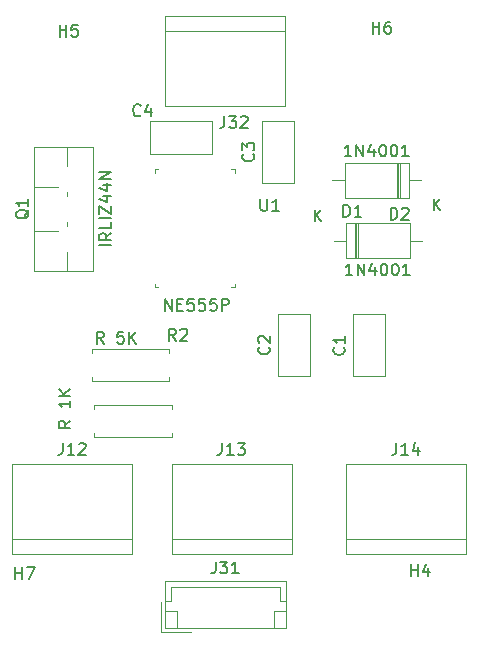
<source format=gbr>
%TF.GenerationSoftware,KiCad,Pcbnew,7.0.9*%
%TF.CreationDate,2024-03-13T22:21:00+01:00*%
%TF.ProjectId,Backlighting_PCB,4261636b-6c69-4676-9874-696e675f5043,rev?*%
%TF.SameCoordinates,Original*%
%TF.FileFunction,Legend,Top*%
%TF.FilePolarity,Positive*%
%FSLAX46Y46*%
G04 Gerber Fmt 4.6, Leading zero omitted, Abs format (unit mm)*
G04 Created by KiCad (PCBNEW 7.0.9) date 2024-03-13 22:21:00*
%MOMM*%
%LPD*%
G01*
G04 APERTURE LIST*
%ADD10C,0.150000*%
%ADD11C,0.120000*%
%ADD12C,0.100000*%
G04 APERTURE END LIST*
D10*
X75083333Y-52954819D02*
X74750000Y-52478628D01*
X74511905Y-52954819D02*
X74511905Y-51954819D01*
X74511905Y-51954819D02*
X74892857Y-51954819D01*
X74892857Y-51954819D02*
X74988095Y-52002438D01*
X74988095Y-52002438D02*
X75035714Y-52050057D01*
X75035714Y-52050057D02*
X75083333Y-52145295D01*
X75083333Y-52145295D02*
X75083333Y-52288152D01*
X75083333Y-52288152D02*
X75035714Y-52383390D01*
X75035714Y-52383390D02*
X74988095Y-52431009D01*
X74988095Y-52431009D02*
X74892857Y-52478628D01*
X74892857Y-52478628D02*
X74511905Y-52478628D01*
X75464286Y-52050057D02*
X75511905Y-52002438D01*
X75511905Y-52002438D02*
X75607143Y-51954819D01*
X75607143Y-51954819D02*
X75845238Y-51954819D01*
X75845238Y-51954819D02*
X75940476Y-52002438D01*
X75940476Y-52002438D02*
X75988095Y-52050057D01*
X75988095Y-52050057D02*
X76035714Y-52145295D01*
X76035714Y-52145295D02*
X76035714Y-52240533D01*
X76035714Y-52240533D02*
X75988095Y-52383390D01*
X75988095Y-52383390D02*
X75416667Y-52954819D01*
X75416667Y-52954819D02*
X76035714Y-52954819D01*
X68952380Y-53204819D02*
X68619047Y-52728628D01*
X68380952Y-53204819D02*
X68380952Y-52204819D01*
X68380952Y-52204819D02*
X68761904Y-52204819D01*
X68761904Y-52204819D02*
X68857142Y-52252438D01*
X68857142Y-52252438D02*
X68904761Y-52300057D01*
X68904761Y-52300057D02*
X68952380Y-52395295D01*
X68952380Y-52395295D02*
X68952380Y-52538152D01*
X68952380Y-52538152D02*
X68904761Y-52633390D01*
X68904761Y-52633390D02*
X68857142Y-52681009D01*
X68857142Y-52681009D02*
X68761904Y-52728628D01*
X68761904Y-52728628D02*
X68380952Y-52728628D01*
X70619047Y-52204819D02*
X70142857Y-52204819D01*
X70142857Y-52204819D02*
X70095238Y-52681009D01*
X70095238Y-52681009D02*
X70142857Y-52633390D01*
X70142857Y-52633390D02*
X70238095Y-52585771D01*
X70238095Y-52585771D02*
X70476190Y-52585771D01*
X70476190Y-52585771D02*
X70571428Y-52633390D01*
X70571428Y-52633390D02*
X70619047Y-52681009D01*
X70619047Y-52681009D02*
X70666666Y-52776247D01*
X70666666Y-52776247D02*
X70666666Y-53014342D01*
X70666666Y-53014342D02*
X70619047Y-53109580D01*
X70619047Y-53109580D02*
X70571428Y-53157200D01*
X70571428Y-53157200D02*
X70476190Y-53204819D01*
X70476190Y-53204819D02*
X70238095Y-53204819D01*
X70238095Y-53204819D02*
X70142857Y-53157200D01*
X70142857Y-53157200D02*
X70095238Y-53109580D01*
X71095238Y-53204819D02*
X71095238Y-52204819D01*
X71666666Y-53204819D02*
X71238095Y-52633390D01*
X71666666Y-52204819D02*
X71095238Y-52776247D01*
X94988095Y-72904819D02*
X94988095Y-71904819D01*
X94988095Y-72381009D02*
X95559523Y-72381009D01*
X95559523Y-72904819D02*
X95559523Y-71904819D01*
X96464285Y-72238152D02*
X96464285Y-72904819D01*
X96226190Y-71857200D02*
X95988095Y-72571485D01*
X95988095Y-72571485D02*
X96607142Y-72571485D01*
X66144819Y-59747619D02*
X65668628Y-60080952D01*
X66144819Y-60319047D02*
X65144819Y-60319047D01*
X65144819Y-60319047D02*
X65144819Y-59938095D01*
X65144819Y-59938095D02*
X65192438Y-59842857D01*
X65192438Y-59842857D02*
X65240057Y-59795238D01*
X65240057Y-59795238D02*
X65335295Y-59747619D01*
X65335295Y-59747619D02*
X65478152Y-59747619D01*
X65478152Y-59747619D02*
X65573390Y-59795238D01*
X65573390Y-59795238D02*
X65621009Y-59842857D01*
X65621009Y-59842857D02*
X65668628Y-59938095D01*
X65668628Y-59938095D02*
X65668628Y-60319047D01*
X66144819Y-58033333D02*
X66144819Y-58604761D01*
X66144819Y-58319047D02*
X65144819Y-58319047D01*
X65144819Y-58319047D02*
X65287676Y-58414285D01*
X65287676Y-58414285D02*
X65382914Y-58509523D01*
X65382914Y-58509523D02*
X65430533Y-58604761D01*
X66144819Y-57604761D02*
X65144819Y-57604761D01*
X66144819Y-57033333D02*
X65573390Y-57461904D01*
X65144819Y-57033333D02*
X65716247Y-57604761D01*
X89261905Y-42454819D02*
X89261905Y-41454819D01*
X89261905Y-41454819D02*
X89500000Y-41454819D01*
X89500000Y-41454819D02*
X89642857Y-41502438D01*
X89642857Y-41502438D02*
X89738095Y-41597676D01*
X89738095Y-41597676D02*
X89785714Y-41692914D01*
X89785714Y-41692914D02*
X89833333Y-41883390D01*
X89833333Y-41883390D02*
X89833333Y-42026247D01*
X89833333Y-42026247D02*
X89785714Y-42216723D01*
X89785714Y-42216723D02*
X89738095Y-42311961D01*
X89738095Y-42311961D02*
X89642857Y-42407200D01*
X89642857Y-42407200D02*
X89500000Y-42454819D01*
X89500000Y-42454819D02*
X89261905Y-42454819D01*
X90785714Y-42454819D02*
X90214286Y-42454819D01*
X90500000Y-42454819D02*
X90500000Y-41454819D01*
X90500000Y-41454819D02*
X90404762Y-41597676D01*
X90404762Y-41597676D02*
X90309524Y-41692914D01*
X90309524Y-41692914D02*
X90214286Y-41740533D01*
X89932142Y-37354819D02*
X89360714Y-37354819D01*
X89646428Y-37354819D02*
X89646428Y-36354819D01*
X89646428Y-36354819D02*
X89551190Y-36497676D01*
X89551190Y-36497676D02*
X89455952Y-36592914D01*
X89455952Y-36592914D02*
X89360714Y-36640533D01*
X90360714Y-37354819D02*
X90360714Y-36354819D01*
X90360714Y-36354819D02*
X90932142Y-37354819D01*
X90932142Y-37354819D02*
X90932142Y-36354819D01*
X91836904Y-36688152D02*
X91836904Y-37354819D01*
X91598809Y-36307200D02*
X91360714Y-37021485D01*
X91360714Y-37021485D02*
X91979761Y-37021485D01*
X92551190Y-36354819D02*
X92646428Y-36354819D01*
X92646428Y-36354819D02*
X92741666Y-36402438D01*
X92741666Y-36402438D02*
X92789285Y-36450057D01*
X92789285Y-36450057D02*
X92836904Y-36545295D01*
X92836904Y-36545295D02*
X92884523Y-36735771D01*
X92884523Y-36735771D02*
X92884523Y-36973866D01*
X92884523Y-36973866D02*
X92836904Y-37164342D01*
X92836904Y-37164342D02*
X92789285Y-37259580D01*
X92789285Y-37259580D02*
X92741666Y-37307200D01*
X92741666Y-37307200D02*
X92646428Y-37354819D01*
X92646428Y-37354819D02*
X92551190Y-37354819D01*
X92551190Y-37354819D02*
X92455952Y-37307200D01*
X92455952Y-37307200D02*
X92408333Y-37259580D01*
X92408333Y-37259580D02*
X92360714Y-37164342D01*
X92360714Y-37164342D02*
X92313095Y-36973866D01*
X92313095Y-36973866D02*
X92313095Y-36735771D01*
X92313095Y-36735771D02*
X92360714Y-36545295D01*
X92360714Y-36545295D02*
X92408333Y-36450057D01*
X92408333Y-36450057D02*
X92455952Y-36402438D01*
X92455952Y-36402438D02*
X92551190Y-36354819D01*
X93503571Y-36354819D02*
X93598809Y-36354819D01*
X93598809Y-36354819D02*
X93694047Y-36402438D01*
X93694047Y-36402438D02*
X93741666Y-36450057D01*
X93741666Y-36450057D02*
X93789285Y-36545295D01*
X93789285Y-36545295D02*
X93836904Y-36735771D01*
X93836904Y-36735771D02*
X93836904Y-36973866D01*
X93836904Y-36973866D02*
X93789285Y-37164342D01*
X93789285Y-37164342D02*
X93741666Y-37259580D01*
X93741666Y-37259580D02*
X93694047Y-37307200D01*
X93694047Y-37307200D02*
X93598809Y-37354819D01*
X93598809Y-37354819D02*
X93503571Y-37354819D01*
X93503571Y-37354819D02*
X93408333Y-37307200D01*
X93408333Y-37307200D02*
X93360714Y-37259580D01*
X93360714Y-37259580D02*
X93313095Y-37164342D01*
X93313095Y-37164342D02*
X93265476Y-36973866D01*
X93265476Y-36973866D02*
X93265476Y-36735771D01*
X93265476Y-36735771D02*
X93313095Y-36545295D01*
X93313095Y-36545295D02*
X93360714Y-36450057D01*
X93360714Y-36450057D02*
X93408333Y-36402438D01*
X93408333Y-36402438D02*
X93503571Y-36354819D01*
X94789285Y-37354819D02*
X94217857Y-37354819D01*
X94503571Y-37354819D02*
X94503571Y-36354819D01*
X94503571Y-36354819D02*
X94408333Y-36497676D01*
X94408333Y-36497676D02*
X94313095Y-36592914D01*
X94313095Y-36592914D02*
X94217857Y-36640533D01*
X96893095Y-41924819D02*
X96893095Y-40924819D01*
X97464523Y-41924819D02*
X97035952Y-41353390D01*
X97464523Y-40924819D02*
X96893095Y-41496247D01*
X79190476Y-33954819D02*
X79190476Y-34669104D01*
X79190476Y-34669104D02*
X79142857Y-34811961D01*
X79142857Y-34811961D02*
X79047619Y-34907200D01*
X79047619Y-34907200D02*
X78904762Y-34954819D01*
X78904762Y-34954819D02*
X78809524Y-34954819D01*
X79571429Y-33954819D02*
X80190476Y-33954819D01*
X80190476Y-33954819D02*
X79857143Y-34335771D01*
X79857143Y-34335771D02*
X80000000Y-34335771D01*
X80000000Y-34335771D02*
X80095238Y-34383390D01*
X80095238Y-34383390D02*
X80142857Y-34431009D01*
X80142857Y-34431009D02*
X80190476Y-34526247D01*
X80190476Y-34526247D02*
X80190476Y-34764342D01*
X80190476Y-34764342D02*
X80142857Y-34859580D01*
X80142857Y-34859580D02*
X80095238Y-34907200D01*
X80095238Y-34907200D02*
X80000000Y-34954819D01*
X80000000Y-34954819D02*
X79714286Y-34954819D01*
X79714286Y-34954819D02*
X79619048Y-34907200D01*
X79619048Y-34907200D02*
X79571429Y-34859580D01*
X80571429Y-34050057D02*
X80619048Y-34002438D01*
X80619048Y-34002438D02*
X80714286Y-33954819D01*
X80714286Y-33954819D02*
X80952381Y-33954819D01*
X80952381Y-33954819D02*
X81047619Y-34002438D01*
X81047619Y-34002438D02*
X81095238Y-34050057D01*
X81095238Y-34050057D02*
X81142857Y-34145295D01*
X81142857Y-34145295D02*
X81142857Y-34240533D01*
X81142857Y-34240533D02*
X81095238Y-34383390D01*
X81095238Y-34383390D02*
X80523810Y-34954819D01*
X80523810Y-34954819D02*
X81142857Y-34954819D01*
X65238095Y-27204819D02*
X65238095Y-26204819D01*
X65238095Y-26681009D02*
X65809523Y-26681009D01*
X65809523Y-27204819D02*
X65809523Y-26204819D01*
X66761904Y-26204819D02*
X66285714Y-26204819D01*
X66285714Y-26204819D02*
X66238095Y-26681009D01*
X66238095Y-26681009D02*
X66285714Y-26633390D01*
X66285714Y-26633390D02*
X66380952Y-26585771D01*
X66380952Y-26585771D02*
X66619047Y-26585771D01*
X66619047Y-26585771D02*
X66714285Y-26633390D01*
X66714285Y-26633390D02*
X66761904Y-26681009D01*
X66761904Y-26681009D02*
X66809523Y-26776247D01*
X66809523Y-26776247D02*
X66809523Y-27014342D01*
X66809523Y-27014342D02*
X66761904Y-27109580D01*
X66761904Y-27109580D02*
X66714285Y-27157200D01*
X66714285Y-27157200D02*
X66619047Y-27204819D01*
X66619047Y-27204819D02*
X66380952Y-27204819D01*
X66380952Y-27204819D02*
X66285714Y-27157200D01*
X66285714Y-27157200D02*
X66238095Y-27109580D01*
X78440476Y-71654819D02*
X78440476Y-72369104D01*
X78440476Y-72369104D02*
X78392857Y-72511961D01*
X78392857Y-72511961D02*
X78297619Y-72607200D01*
X78297619Y-72607200D02*
X78154762Y-72654819D01*
X78154762Y-72654819D02*
X78059524Y-72654819D01*
X78821429Y-71654819D02*
X79440476Y-71654819D01*
X79440476Y-71654819D02*
X79107143Y-72035771D01*
X79107143Y-72035771D02*
X79250000Y-72035771D01*
X79250000Y-72035771D02*
X79345238Y-72083390D01*
X79345238Y-72083390D02*
X79392857Y-72131009D01*
X79392857Y-72131009D02*
X79440476Y-72226247D01*
X79440476Y-72226247D02*
X79440476Y-72464342D01*
X79440476Y-72464342D02*
X79392857Y-72559580D01*
X79392857Y-72559580D02*
X79345238Y-72607200D01*
X79345238Y-72607200D02*
X79250000Y-72654819D01*
X79250000Y-72654819D02*
X78964286Y-72654819D01*
X78964286Y-72654819D02*
X78869048Y-72607200D01*
X78869048Y-72607200D02*
X78821429Y-72559580D01*
X80392857Y-72654819D02*
X79821429Y-72654819D01*
X80107143Y-72654819D02*
X80107143Y-71654819D01*
X80107143Y-71654819D02*
X80011905Y-71797676D01*
X80011905Y-71797676D02*
X79916667Y-71892914D01*
X79916667Y-71892914D02*
X79821429Y-71940533D01*
X93261905Y-42704819D02*
X93261905Y-41704819D01*
X93261905Y-41704819D02*
X93500000Y-41704819D01*
X93500000Y-41704819D02*
X93642857Y-41752438D01*
X93642857Y-41752438D02*
X93738095Y-41847676D01*
X93738095Y-41847676D02*
X93785714Y-41942914D01*
X93785714Y-41942914D02*
X93833333Y-42133390D01*
X93833333Y-42133390D02*
X93833333Y-42276247D01*
X93833333Y-42276247D02*
X93785714Y-42466723D01*
X93785714Y-42466723D02*
X93738095Y-42561961D01*
X93738095Y-42561961D02*
X93642857Y-42657200D01*
X93642857Y-42657200D02*
X93500000Y-42704819D01*
X93500000Y-42704819D02*
X93261905Y-42704819D01*
X94214286Y-41800057D02*
X94261905Y-41752438D01*
X94261905Y-41752438D02*
X94357143Y-41704819D01*
X94357143Y-41704819D02*
X94595238Y-41704819D01*
X94595238Y-41704819D02*
X94690476Y-41752438D01*
X94690476Y-41752438D02*
X94738095Y-41800057D01*
X94738095Y-41800057D02*
X94785714Y-41895295D01*
X94785714Y-41895295D02*
X94785714Y-41990533D01*
X94785714Y-41990533D02*
X94738095Y-42133390D01*
X94738095Y-42133390D02*
X94166667Y-42704819D01*
X94166667Y-42704819D02*
X94785714Y-42704819D01*
X90027142Y-47424819D02*
X89455714Y-47424819D01*
X89741428Y-47424819D02*
X89741428Y-46424819D01*
X89741428Y-46424819D02*
X89646190Y-46567676D01*
X89646190Y-46567676D02*
X89550952Y-46662914D01*
X89550952Y-46662914D02*
X89455714Y-46710533D01*
X90455714Y-47424819D02*
X90455714Y-46424819D01*
X90455714Y-46424819D02*
X91027142Y-47424819D01*
X91027142Y-47424819D02*
X91027142Y-46424819D01*
X91931904Y-46758152D02*
X91931904Y-47424819D01*
X91693809Y-46377200D02*
X91455714Y-47091485D01*
X91455714Y-47091485D02*
X92074761Y-47091485D01*
X92646190Y-46424819D02*
X92741428Y-46424819D01*
X92741428Y-46424819D02*
X92836666Y-46472438D01*
X92836666Y-46472438D02*
X92884285Y-46520057D01*
X92884285Y-46520057D02*
X92931904Y-46615295D01*
X92931904Y-46615295D02*
X92979523Y-46805771D01*
X92979523Y-46805771D02*
X92979523Y-47043866D01*
X92979523Y-47043866D02*
X92931904Y-47234342D01*
X92931904Y-47234342D02*
X92884285Y-47329580D01*
X92884285Y-47329580D02*
X92836666Y-47377200D01*
X92836666Y-47377200D02*
X92741428Y-47424819D01*
X92741428Y-47424819D02*
X92646190Y-47424819D01*
X92646190Y-47424819D02*
X92550952Y-47377200D01*
X92550952Y-47377200D02*
X92503333Y-47329580D01*
X92503333Y-47329580D02*
X92455714Y-47234342D01*
X92455714Y-47234342D02*
X92408095Y-47043866D01*
X92408095Y-47043866D02*
X92408095Y-46805771D01*
X92408095Y-46805771D02*
X92455714Y-46615295D01*
X92455714Y-46615295D02*
X92503333Y-46520057D01*
X92503333Y-46520057D02*
X92550952Y-46472438D01*
X92550952Y-46472438D02*
X92646190Y-46424819D01*
X93598571Y-46424819D02*
X93693809Y-46424819D01*
X93693809Y-46424819D02*
X93789047Y-46472438D01*
X93789047Y-46472438D02*
X93836666Y-46520057D01*
X93836666Y-46520057D02*
X93884285Y-46615295D01*
X93884285Y-46615295D02*
X93931904Y-46805771D01*
X93931904Y-46805771D02*
X93931904Y-47043866D01*
X93931904Y-47043866D02*
X93884285Y-47234342D01*
X93884285Y-47234342D02*
X93836666Y-47329580D01*
X93836666Y-47329580D02*
X93789047Y-47377200D01*
X93789047Y-47377200D02*
X93693809Y-47424819D01*
X93693809Y-47424819D02*
X93598571Y-47424819D01*
X93598571Y-47424819D02*
X93503333Y-47377200D01*
X93503333Y-47377200D02*
X93455714Y-47329580D01*
X93455714Y-47329580D02*
X93408095Y-47234342D01*
X93408095Y-47234342D02*
X93360476Y-47043866D01*
X93360476Y-47043866D02*
X93360476Y-46805771D01*
X93360476Y-46805771D02*
X93408095Y-46615295D01*
X93408095Y-46615295D02*
X93455714Y-46520057D01*
X93455714Y-46520057D02*
X93503333Y-46472438D01*
X93503333Y-46472438D02*
X93598571Y-46424819D01*
X94884285Y-47424819D02*
X94312857Y-47424819D01*
X94598571Y-47424819D02*
X94598571Y-46424819D01*
X94598571Y-46424819D02*
X94503333Y-46567676D01*
X94503333Y-46567676D02*
X94408095Y-46662914D01*
X94408095Y-46662914D02*
X94312857Y-46710533D01*
X86828095Y-42854819D02*
X86828095Y-41854819D01*
X87399523Y-42854819D02*
X86970952Y-42283390D01*
X87399523Y-41854819D02*
X86828095Y-42426247D01*
X81609580Y-37166666D02*
X81657200Y-37214285D01*
X81657200Y-37214285D02*
X81704819Y-37357142D01*
X81704819Y-37357142D02*
X81704819Y-37452380D01*
X81704819Y-37452380D02*
X81657200Y-37595237D01*
X81657200Y-37595237D02*
X81561961Y-37690475D01*
X81561961Y-37690475D02*
X81466723Y-37738094D01*
X81466723Y-37738094D02*
X81276247Y-37785713D01*
X81276247Y-37785713D02*
X81133390Y-37785713D01*
X81133390Y-37785713D02*
X80942914Y-37738094D01*
X80942914Y-37738094D02*
X80847676Y-37690475D01*
X80847676Y-37690475D02*
X80752438Y-37595237D01*
X80752438Y-37595237D02*
X80704819Y-37452380D01*
X80704819Y-37452380D02*
X80704819Y-37357142D01*
X80704819Y-37357142D02*
X80752438Y-37214285D01*
X80752438Y-37214285D02*
X80800057Y-37166666D01*
X80704819Y-36833332D02*
X80704819Y-36214285D01*
X80704819Y-36214285D02*
X81085771Y-36547618D01*
X81085771Y-36547618D02*
X81085771Y-36404761D01*
X81085771Y-36404761D02*
X81133390Y-36309523D01*
X81133390Y-36309523D02*
X81181009Y-36261904D01*
X81181009Y-36261904D02*
X81276247Y-36214285D01*
X81276247Y-36214285D02*
X81514342Y-36214285D01*
X81514342Y-36214285D02*
X81609580Y-36261904D01*
X81609580Y-36261904D02*
X81657200Y-36309523D01*
X81657200Y-36309523D02*
X81704819Y-36404761D01*
X81704819Y-36404761D02*
X81704819Y-36690475D01*
X81704819Y-36690475D02*
X81657200Y-36785713D01*
X81657200Y-36785713D02*
X81609580Y-36833332D01*
X91738095Y-26954819D02*
X91738095Y-25954819D01*
X91738095Y-26431009D02*
X92309523Y-26431009D01*
X92309523Y-26954819D02*
X92309523Y-25954819D01*
X93214285Y-25954819D02*
X93023809Y-25954819D01*
X93023809Y-25954819D02*
X92928571Y-26002438D01*
X92928571Y-26002438D02*
X92880952Y-26050057D01*
X92880952Y-26050057D02*
X92785714Y-26192914D01*
X92785714Y-26192914D02*
X92738095Y-26383390D01*
X92738095Y-26383390D02*
X92738095Y-26764342D01*
X92738095Y-26764342D02*
X92785714Y-26859580D01*
X92785714Y-26859580D02*
X92833333Y-26907200D01*
X92833333Y-26907200D02*
X92928571Y-26954819D01*
X92928571Y-26954819D02*
X93119047Y-26954819D01*
X93119047Y-26954819D02*
X93214285Y-26907200D01*
X93214285Y-26907200D02*
X93261904Y-26859580D01*
X93261904Y-26859580D02*
X93309523Y-26764342D01*
X93309523Y-26764342D02*
X93309523Y-26526247D01*
X93309523Y-26526247D02*
X93261904Y-26431009D01*
X93261904Y-26431009D02*
X93214285Y-26383390D01*
X93214285Y-26383390D02*
X93119047Y-26335771D01*
X93119047Y-26335771D02*
X92928571Y-26335771D01*
X92928571Y-26335771D02*
X92833333Y-26383390D01*
X92833333Y-26383390D02*
X92785714Y-26431009D01*
X92785714Y-26431009D02*
X92738095Y-26526247D01*
X72083333Y-33859580D02*
X72035714Y-33907200D01*
X72035714Y-33907200D02*
X71892857Y-33954819D01*
X71892857Y-33954819D02*
X71797619Y-33954819D01*
X71797619Y-33954819D02*
X71654762Y-33907200D01*
X71654762Y-33907200D02*
X71559524Y-33811961D01*
X71559524Y-33811961D02*
X71511905Y-33716723D01*
X71511905Y-33716723D02*
X71464286Y-33526247D01*
X71464286Y-33526247D02*
X71464286Y-33383390D01*
X71464286Y-33383390D02*
X71511905Y-33192914D01*
X71511905Y-33192914D02*
X71559524Y-33097676D01*
X71559524Y-33097676D02*
X71654762Y-33002438D01*
X71654762Y-33002438D02*
X71797619Y-32954819D01*
X71797619Y-32954819D02*
X71892857Y-32954819D01*
X71892857Y-32954819D02*
X72035714Y-33002438D01*
X72035714Y-33002438D02*
X72083333Y-33050057D01*
X72940476Y-33288152D02*
X72940476Y-33954819D01*
X72702381Y-32907200D02*
X72464286Y-33621485D01*
X72464286Y-33621485D02*
X73083333Y-33621485D01*
X78980476Y-61624819D02*
X78980476Y-62339104D01*
X78980476Y-62339104D02*
X78932857Y-62481961D01*
X78932857Y-62481961D02*
X78837619Y-62577200D01*
X78837619Y-62577200D02*
X78694762Y-62624819D01*
X78694762Y-62624819D02*
X78599524Y-62624819D01*
X79980476Y-62624819D02*
X79409048Y-62624819D01*
X79694762Y-62624819D02*
X79694762Y-61624819D01*
X79694762Y-61624819D02*
X79599524Y-61767676D01*
X79599524Y-61767676D02*
X79504286Y-61862914D01*
X79504286Y-61862914D02*
X79409048Y-61910533D01*
X80313810Y-61624819D02*
X80932857Y-61624819D01*
X80932857Y-61624819D02*
X80599524Y-62005771D01*
X80599524Y-62005771D02*
X80742381Y-62005771D01*
X80742381Y-62005771D02*
X80837619Y-62053390D01*
X80837619Y-62053390D02*
X80885238Y-62101009D01*
X80885238Y-62101009D02*
X80932857Y-62196247D01*
X80932857Y-62196247D02*
X80932857Y-62434342D01*
X80932857Y-62434342D02*
X80885238Y-62529580D01*
X80885238Y-62529580D02*
X80837619Y-62577200D01*
X80837619Y-62577200D02*
X80742381Y-62624819D01*
X80742381Y-62624819D02*
X80456667Y-62624819D01*
X80456667Y-62624819D02*
X80361429Y-62577200D01*
X80361429Y-62577200D02*
X80313810Y-62529580D01*
X89299580Y-53526666D02*
X89347200Y-53574285D01*
X89347200Y-53574285D02*
X89394819Y-53717142D01*
X89394819Y-53717142D02*
X89394819Y-53812380D01*
X89394819Y-53812380D02*
X89347200Y-53955237D01*
X89347200Y-53955237D02*
X89251961Y-54050475D01*
X89251961Y-54050475D02*
X89156723Y-54098094D01*
X89156723Y-54098094D02*
X88966247Y-54145713D01*
X88966247Y-54145713D02*
X88823390Y-54145713D01*
X88823390Y-54145713D02*
X88632914Y-54098094D01*
X88632914Y-54098094D02*
X88537676Y-54050475D01*
X88537676Y-54050475D02*
X88442438Y-53955237D01*
X88442438Y-53955237D02*
X88394819Y-53812380D01*
X88394819Y-53812380D02*
X88394819Y-53717142D01*
X88394819Y-53717142D02*
X88442438Y-53574285D01*
X88442438Y-53574285D02*
X88490057Y-53526666D01*
X89394819Y-52574285D02*
X89394819Y-53145713D01*
X89394819Y-52859999D02*
X88394819Y-52859999D01*
X88394819Y-52859999D02*
X88537676Y-52955237D01*
X88537676Y-52955237D02*
X88632914Y-53050475D01*
X88632914Y-53050475D02*
X88680533Y-53145713D01*
X62632557Y-41885238D02*
X62584938Y-41980476D01*
X62584938Y-41980476D02*
X62489700Y-42075714D01*
X62489700Y-42075714D02*
X62346842Y-42218571D01*
X62346842Y-42218571D02*
X62299223Y-42313809D01*
X62299223Y-42313809D02*
X62299223Y-42409047D01*
X62537319Y-42361428D02*
X62489700Y-42456666D01*
X62489700Y-42456666D02*
X62394461Y-42551904D01*
X62394461Y-42551904D02*
X62203985Y-42599523D01*
X62203985Y-42599523D02*
X61870652Y-42599523D01*
X61870652Y-42599523D02*
X61680176Y-42551904D01*
X61680176Y-42551904D02*
X61584938Y-42456666D01*
X61584938Y-42456666D02*
X61537319Y-42361428D01*
X61537319Y-42361428D02*
X61537319Y-42170952D01*
X61537319Y-42170952D02*
X61584938Y-42075714D01*
X61584938Y-42075714D02*
X61680176Y-41980476D01*
X61680176Y-41980476D02*
X61870652Y-41932857D01*
X61870652Y-41932857D02*
X62203985Y-41932857D01*
X62203985Y-41932857D02*
X62394461Y-41980476D01*
X62394461Y-41980476D02*
X62489700Y-42075714D01*
X62489700Y-42075714D02*
X62537319Y-42170952D01*
X62537319Y-42170952D02*
X62537319Y-42361428D01*
X62537319Y-40980476D02*
X62537319Y-41551904D01*
X62537319Y-41266190D02*
X61537319Y-41266190D01*
X61537319Y-41266190D02*
X61680176Y-41361428D01*
X61680176Y-41361428D02*
X61775414Y-41456666D01*
X61775414Y-41456666D02*
X61823033Y-41551904D01*
X69607319Y-44885237D02*
X68607319Y-44885237D01*
X69607319Y-43837619D02*
X69131128Y-44170952D01*
X69607319Y-44409047D02*
X68607319Y-44409047D01*
X68607319Y-44409047D02*
X68607319Y-44028095D01*
X68607319Y-44028095D02*
X68654938Y-43932857D01*
X68654938Y-43932857D02*
X68702557Y-43885238D01*
X68702557Y-43885238D02*
X68797795Y-43837619D01*
X68797795Y-43837619D02*
X68940652Y-43837619D01*
X68940652Y-43837619D02*
X69035890Y-43885238D01*
X69035890Y-43885238D02*
X69083509Y-43932857D01*
X69083509Y-43932857D02*
X69131128Y-44028095D01*
X69131128Y-44028095D02*
X69131128Y-44409047D01*
X69607319Y-42932857D02*
X69607319Y-43409047D01*
X69607319Y-43409047D02*
X68607319Y-43409047D01*
X69607319Y-42599523D02*
X68607319Y-42599523D01*
X68607319Y-42218571D02*
X68607319Y-41551905D01*
X68607319Y-41551905D02*
X69607319Y-42218571D01*
X69607319Y-42218571D02*
X69607319Y-41551905D01*
X68940652Y-40742381D02*
X69607319Y-40742381D01*
X68559700Y-40980476D02*
X69273985Y-41218571D01*
X69273985Y-41218571D02*
X69273985Y-40599524D01*
X68940652Y-39790000D02*
X69607319Y-39790000D01*
X68559700Y-40028095D02*
X69273985Y-40266190D01*
X69273985Y-40266190D02*
X69273985Y-39647143D01*
X69607319Y-39266190D02*
X68607319Y-39266190D01*
X68607319Y-39266190D02*
X69607319Y-38694762D01*
X69607319Y-38694762D02*
X68607319Y-38694762D01*
X61488095Y-73154819D02*
X61488095Y-72154819D01*
X61488095Y-72631009D02*
X62059523Y-72631009D01*
X62059523Y-73154819D02*
X62059523Y-72154819D01*
X62440476Y-72154819D02*
X63107142Y-72154819D01*
X63107142Y-72154819D02*
X62678571Y-73154819D01*
X93730476Y-61624819D02*
X93730476Y-62339104D01*
X93730476Y-62339104D02*
X93682857Y-62481961D01*
X93682857Y-62481961D02*
X93587619Y-62577200D01*
X93587619Y-62577200D02*
X93444762Y-62624819D01*
X93444762Y-62624819D02*
X93349524Y-62624819D01*
X94730476Y-62624819D02*
X94159048Y-62624819D01*
X94444762Y-62624819D02*
X94444762Y-61624819D01*
X94444762Y-61624819D02*
X94349524Y-61767676D01*
X94349524Y-61767676D02*
X94254286Y-61862914D01*
X94254286Y-61862914D02*
X94159048Y-61910533D01*
X95587619Y-61958152D02*
X95587619Y-62624819D01*
X95349524Y-61577200D02*
X95111429Y-62291485D01*
X95111429Y-62291485D02*
X95730476Y-62291485D01*
X82949580Y-53506666D02*
X82997200Y-53554285D01*
X82997200Y-53554285D02*
X83044819Y-53697142D01*
X83044819Y-53697142D02*
X83044819Y-53792380D01*
X83044819Y-53792380D02*
X82997200Y-53935237D01*
X82997200Y-53935237D02*
X82901961Y-54030475D01*
X82901961Y-54030475D02*
X82806723Y-54078094D01*
X82806723Y-54078094D02*
X82616247Y-54125713D01*
X82616247Y-54125713D02*
X82473390Y-54125713D01*
X82473390Y-54125713D02*
X82282914Y-54078094D01*
X82282914Y-54078094D02*
X82187676Y-54030475D01*
X82187676Y-54030475D02*
X82092438Y-53935237D01*
X82092438Y-53935237D02*
X82044819Y-53792380D01*
X82044819Y-53792380D02*
X82044819Y-53697142D01*
X82044819Y-53697142D02*
X82092438Y-53554285D01*
X82092438Y-53554285D02*
X82140057Y-53506666D01*
X82140057Y-53125713D02*
X82092438Y-53078094D01*
X82092438Y-53078094D02*
X82044819Y-52982856D01*
X82044819Y-52982856D02*
X82044819Y-52744761D01*
X82044819Y-52744761D02*
X82092438Y-52649523D01*
X82092438Y-52649523D02*
X82140057Y-52601904D01*
X82140057Y-52601904D02*
X82235295Y-52554285D01*
X82235295Y-52554285D02*
X82330533Y-52554285D01*
X82330533Y-52554285D02*
X82473390Y-52601904D01*
X82473390Y-52601904D02*
X83044819Y-53173332D01*
X83044819Y-53173332D02*
X83044819Y-52554285D01*
X82238095Y-40954819D02*
X82238095Y-41764342D01*
X82238095Y-41764342D02*
X82285714Y-41859580D01*
X82285714Y-41859580D02*
X82333333Y-41907200D01*
X82333333Y-41907200D02*
X82428571Y-41954819D01*
X82428571Y-41954819D02*
X82619047Y-41954819D01*
X82619047Y-41954819D02*
X82714285Y-41907200D01*
X82714285Y-41907200D02*
X82761904Y-41859580D01*
X82761904Y-41859580D02*
X82809523Y-41764342D01*
X82809523Y-41764342D02*
X82809523Y-40954819D01*
X83809523Y-41954819D02*
X83238095Y-41954819D01*
X83523809Y-41954819D02*
X83523809Y-40954819D01*
X83523809Y-40954819D02*
X83428571Y-41097676D01*
X83428571Y-41097676D02*
X83333333Y-41192914D01*
X83333333Y-41192914D02*
X83238095Y-41240533D01*
X74153333Y-50414819D02*
X74153333Y-49414819D01*
X74153333Y-49414819D02*
X74724761Y-50414819D01*
X74724761Y-50414819D02*
X74724761Y-49414819D01*
X75200952Y-49891009D02*
X75534285Y-49891009D01*
X75677142Y-50414819D02*
X75200952Y-50414819D01*
X75200952Y-50414819D02*
X75200952Y-49414819D01*
X75200952Y-49414819D02*
X75677142Y-49414819D01*
X76581904Y-49414819D02*
X76105714Y-49414819D01*
X76105714Y-49414819D02*
X76058095Y-49891009D01*
X76058095Y-49891009D02*
X76105714Y-49843390D01*
X76105714Y-49843390D02*
X76200952Y-49795771D01*
X76200952Y-49795771D02*
X76439047Y-49795771D01*
X76439047Y-49795771D02*
X76534285Y-49843390D01*
X76534285Y-49843390D02*
X76581904Y-49891009D01*
X76581904Y-49891009D02*
X76629523Y-49986247D01*
X76629523Y-49986247D02*
X76629523Y-50224342D01*
X76629523Y-50224342D02*
X76581904Y-50319580D01*
X76581904Y-50319580D02*
X76534285Y-50367200D01*
X76534285Y-50367200D02*
X76439047Y-50414819D01*
X76439047Y-50414819D02*
X76200952Y-50414819D01*
X76200952Y-50414819D02*
X76105714Y-50367200D01*
X76105714Y-50367200D02*
X76058095Y-50319580D01*
X77534285Y-49414819D02*
X77058095Y-49414819D01*
X77058095Y-49414819D02*
X77010476Y-49891009D01*
X77010476Y-49891009D02*
X77058095Y-49843390D01*
X77058095Y-49843390D02*
X77153333Y-49795771D01*
X77153333Y-49795771D02*
X77391428Y-49795771D01*
X77391428Y-49795771D02*
X77486666Y-49843390D01*
X77486666Y-49843390D02*
X77534285Y-49891009D01*
X77534285Y-49891009D02*
X77581904Y-49986247D01*
X77581904Y-49986247D02*
X77581904Y-50224342D01*
X77581904Y-50224342D02*
X77534285Y-50319580D01*
X77534285Y-50319580D02*
X77486666Y-50367200D01*
X77486666Y-50367200D02*
X77391428Y-50414819D01*
X77391428Y-50414819D02*
X77153333Y-50414819D01*
X77153333Y-50414819D02*
X77058095Y-50367200D01*
X77058095Y-50367200D02*
X77010476Y-50319580D01*
X78486666Y-49414819D02*
X78010476Y-49414819D01*
X78010476Y-49414819D02*
X77962857Y-49891009D01*
X77962857Y-49891009D02*
X78010476Y-49843390D01*
X78010476Y-49843390D02*
X78105714Y-49795771D01*
X78105714Y-49795771D02*
X78343809Y-49795771D01*
X78343809Y-49795771D02*
X78439047Y-49843390D01*
X78439047Y-49843390D02*
X78486666Y-49891009D01*
X78486666Y-49891009D02*
X78534285Y-49986247D01*
X78534285Y-49986247D02*
X78534285Y-50224342D01*
X78534285Y-50224342D02*
X78486666Y-50319580D01*
X78486666Y-50319580D02*
X78439047Y-50367200D01*
X78439047Y-50367200D02*
X78343809Y-50414819D01*
X78343809Y-50414819D02*
X78105714Y-50414819D01*
X78105714Y-50414819D02*
X78010476Y-50367200D01*
X78010476Y-50367200D02*
X77962857Y-50319580D01*
X78962857Y-50414819D02*
X78962857Y-49414819D01*
X78962857Y-49414819D02*
X79343809Y-49414819D01*
X79343809Y-49414819D02*
X79439047Y-49462438D01*
X79439047Y-49462438D02*
X79486666Y-49510057D01*
X79486666Y-49510057D02*
X79534285Y-49605295D01*
X79534285Y-49605295D02*
X79534285Y-49748152D01*
X79534285Y-49748152D02*
X79486666Y-49843390D01*
X79486666Y-49843390D02*
X79439047Y-49891009D01*
X79439047Y-49891009D02*
X79343809Y-49938628D01*
X79343809Y-49938628D02*
X78962857Y-49938628D01*
X65480476Y-61624819D02*
X65480476Y-62339104D01*
X65480476Y-62339104D02*
X65432857Y-62481961D01*
X65432857Y-62481961D02*
X65337619Y-62577200D01*
X65337619Y-62577200D02*
X65194762Y-62624819D01*
X65194762Y-62624819D02*
X65099524Y-62624819D01*
X66480476Y-62624819D02*
X65909048Y-62624819D01*
X66194762Y-62624819D02*
X66194762Y-61624819D01*
X66194762Y-61624819D02*
X66099524Y-61767676D01*
X66099524Y-61767676D02*
X66004286Y-61862914D01*
X66004286Y-61862914D02*
X65909048Y-61910533D01*
X66861429Y-61720057D02*
X66909048Y-61672438D01*
X66909048Y-61672438D02*
X67004286Y-61624819D01*
X67004286Y-61624819D02*
X67242381Y-61624819D01*
X67242381Y-61624819D02*
X67337619Y-61672438D01*
X67337619Y-61672438D02*
X67385238Y-61720057D01*
X67385238Y-61720057D02*
X67432857Y-61815295D01*
X67432857Y-61815295D02*
X67432857Y-61910533D01*
X67432857Y-61910533D02*
X67385238Y-62053390D01*
X67385238Y-62053390D02*
X66813810Y-62624819D01*
X66813810Y-62624819D02*
X67432857Y-62624819D01*
D11*
%TO.C,R2*%
X74520000Y-56370000D02*
X67980000Y-56370000D01*
X74520000Y-56040000D02*
X74520000Y-56370000D01*
X74520000Y-53960000D02*
X74520000Y-53630000D01*
X74520000Y-53630000D02*
X67980000Y-53630000D01*
X67980000Y-56370000D02*
X67980000Y-56040000D01*
X67980000Y-53630000D02*
X67980000Y-53960000D01*
%TO.C,R1*%
X74710000Y-61120000D02*
X68170000Y-61120000D01*
X74710000Y-60790000D02*
X74710000Y-61120000D01*
X74710000Y-58710000D02*
X74710000Y-58380000D01*
X74710000Y-58380000D02*
X68170000Y-58380000D01*
X68170000Y-61120000D02*
X68170000Y-60790000D01*
X68170000Y-58380000D02*
X68170000Y-58710000D01*
%TO.C,D1*%
X95815000Y-39370000D02*
X94795000Y-39370000D01*
X94795000Y-40840000D02*
X94795000Y-37900000D01*
X94795000Y-37900000D02*
X89355000Y-37900000D01*
X94015000Y-40840000D02*
X94015000Y-37900000D01*
X93895000Y-40840000D02*
X93895000Y-37900000D01*
X93775000Y-40840000D02*
X93775000Y-37900000D01*
X89355000Y-40840000D02*
X94795000Y-40840000D01*
X89355000Y-37900000D02*
X89355000Y-40840000D01*
X88335000Y-39370000D02*
X89355000Y-39370000D01*
%TO.C,J32*%
X84290000Y-33060000D02*
X84290000Y-25440000D01*
X84290000Y-25440000D02*
X74130000Y-25440000D01*
X74130000Y-33060000D02*
X84290000Y-33060000D01*
X74130000Y-26710000D02*
X84290000Y-26710000D01*
X74130000Y-25440000D02*
X74130000Y-33060000D01*
%TO.C,J31*%
X73840000Y-75110000D02*
X73840000Y-77610000D01*
X73840000Y-77610000D02*
X76340000Y-77610000D01*
X74140000Y-73290000D02*
X74140000Y-77310000D01*
X74140000Y-75000000D02*
X74640000Y-75000000D01*
X74140000Y-75810000D02*
X75140000Y-75810000D01*
X74140000Y-77310000D02*
X84360000Y-77310000D01*
X74640000Y-73790000D02*
X83860000Y-73790000D01*
X74640000Y-75000000D02*
X74640000Y-73790000D01*
X75140000Y-75810000D02*
X75140000Y-77310000D01*
X83360000Y-75810000D02*
X83360000Y-77310000D01*
X83860000Y-73790000D02*
X83860000Y-75000000D01*
X83860000Y-75000000D02*
X84360000Y-75000000D01*
X84360000Y-73290000D02*
X74140000Y-73290000D01*
X84360000Y-75810000D02*
X83360000Y-75810000D01*
X84360000Y-77310000D02*
X84360000Y-73290000D01*
%TO.C,D2*%
X88430000Y-44500000D02*
X89450000Y-44500000D01*
X89450000Y-43030000D02*
X89450000Y-45970000D01*
X89450000Y-45970000D02*
X94890000Y-45970000D01*
X90230000Y-43030000D02*
X90230000Y-45970000D01*
X90350000Y-43030000D02*
X90350000Y-45970000D01*
X90470000Y-43030000D02*
X90470000Y-45970000D01*
X94890000Y-43030000D02*
X89450000Y-43030000D01*
X94890000Y-45970000D02*
X94890000Y-43030000D01*
X95910000Y-44500000D02*
X94890000Y-44500000D01*
%TO.C,C3*%
X82380000Y-39620000D02*
X85120000Y-39620000D01*
X82380000Y-39620000D02*
X82380000Y-34380000D01*
X85120000Y-39620000D02*
X85120000Y-34380000D01*
X82380000Y-34380000D02*
X85120000Y-34380000D01*
%TO.C,C4*%
X72880000Y-34380000D02*
X72880000Y-37120000D01*
X72880000Y-34380000D02*
X78120000Y-34380000D01*
X72880000Y-37120000D02*
X78120000Y-37120000D01*
X78120000Y-34380000D02*
X78120000Y-37120000D01*
%TO.C,J13*%
X74710000Y-63440000D02*
X74710000Y-71060000D01*
X74710000Y-71060000D02*
X84870000Y-71060000D01*
X84870000Y-63440000D02*
X74710000Y-63440000D01*
X84870000Y-69790000D02*
X74710000Y-69790000D01*
X84870000Y-71060000D02*
X84870000Y-63440000D01*
%TO.C,C1*%
X90070000Y-55980000D02*
X92810000Y-55980000D01*
X90070000Y-55980000D02*
X90070000Y-50740000D01*
X92810000Y-55980000D02*
X92810000Y-50740000D01*
X90070000Y-50740000D02*
X92810000Y-50740000D01*
%TO.C,Q1*%
X63082000Y-47040000D02*
X68023000Y-47040000D01*
X63082000Y-47040000D02*
X63082000Y-36540000D01*
X65842000Y-47040000D02*
X65842000Y-45433000D01*
X68023000Y-47040000D02*
X68023000Y-36540000D01*
X63082000Y-43640000D02*
X65100000Y-43640000D01*
X65842000Y-43227000D02*
X65842000Y-42892000D01*
X65842000Y-40687000D02*
X65842000Y-40352000D01*
X63082000Y-39939000D02*
X65100000Y-39939000D01*
X65842000Y-38147000D02*
X65842000Y-36540000D01*
X63082000Y-36540000D02*
X68023000Y-36540000D01*
%TO.C,J14*%
X89460000Y-63440000D02*
X89460000Y-71060000D01*
X89460000Y-71060000D02*
X99620000Y-71060000D01*
X99620000Y-63440000D02*
X89460000Y-63440000D01*
X99620000Y-69790000D02*
X89460000Y-69790000D01*
X99620000Y-71060000D02*
X99620000Y-63440000D01*
%TO.C,C2*%
X83720000Y-55960000D02*
X86460000Y-55960000D01*
X83720000Y-55960000D02*
X83720000Y-50720000D01*
X86460000Y-55960000D02*
X86460000Y-50720000D01*
X83720000Y-50720000D02*
X86460000Y-50720000D01*
D12*
%TO.C,U1*%
X73280000Y-38430000D02*
X73580000Y-38430000D01*
X73280000Y-38730000D02*
X73280000Y-38430000D01*
X73280000Y-48130000D02*
X73280000Y-48430000D01*
X73280000Y-48430000D02*
X73580000Y-48430000D01*
X80080000Y-38430000D02*
X79780000Y-38430000D01*
X80080000Y-38730000D02*
X80080000Y-38430000D01*
X80080000Y-48130000D02*
X80080000Y-48430000D01*
X80080000Y-48430000D02*
X79780000Y-48430000D01*
D11*
%TO.C,J12*%
X61210000Y-63440000D02*
X61210000Y-71060000D01*
X61210000Y-71060000D02*
X71370000Y-71060000D01*
X71370000Y-63440000D02*
X61210000Y-63440000D01*
X71370000Y-69790000D02*
X61210000Y-69790000D01*
X71370000Y-71060000D02*
X71370000Y-63440000D01*
%TD*%
M02*

</source>
